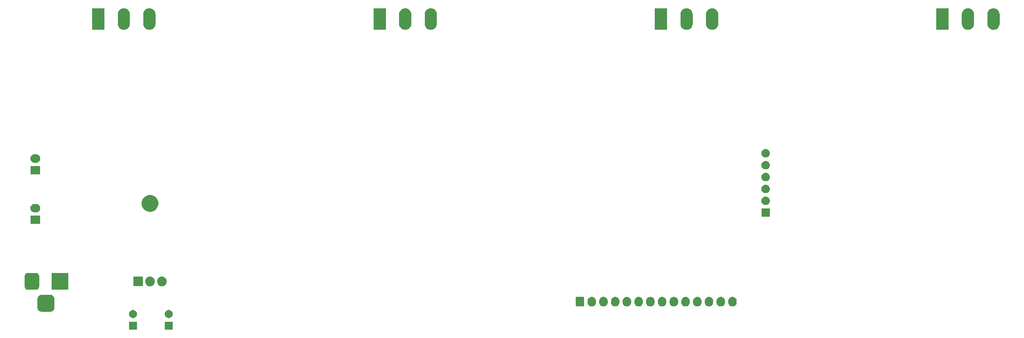
<source format=gbs>
G04 #@! TF.GenerationSoftware,KiCad,Pcbnew,(5.0.0)*
G04 #@! TF.CreationDate,2019-07-01T15:33:15-03:00*
G04 #@! TF.ProjectId,dc_load,64635F6C6F61642E6B696361645F7063,rev?*
G04 #@! TF.SameCoordinates,Original*
G04 #@! TF.FileFunction,Soldermask,Bot*
G04 #@! TF.FilePolarity,Negative*
%FSLAX46Y46*%
G04 Gerber Fmt 4.6, Leading zero omitted, Abs format (unit mm)*
G04 Created by KiCad (PCBNEW (5.0.0)) date 07/01/19 15:33:15*
%MOMM*%
%LPD*%
G01*
G04 APERTURE LIST*
%ADD10C,0.100000*%
G04 APERTURE END LIST*
D10*
G36*
X66313000Y-114015000D02*
X64611000Y-114015000D01*
X64611000Y-112313000D01*
X66313000Y-112313000D01*
X66313000Y-114015000D01*
X66313000Y-114015000D01*
G37*
G36*
X58693000Y-114015000D02*
X56991000Y-114015000D01*
X56991000Y-112313000D01*
X58693000Y-112313000D01*
X58693000Y-114015000D01*
X58693000Y-114015000D01*
G37*
G36*
X58090228Y-109845703D02*
X58245100Y-109909853D01*
X58384481Y-110002985D01*
X58503015Y-110121519D01*
X58596147Y-110260900D01*
X58660297Y-110415772D01*
X58693000Y-110580184D01*
X58693000Y-110747816D01*
X58660297Y-110912228D01*
X58596147Y-111067100D01*
X58503015Y-111206481D01*
X58384481Y-111325015D01*
X58245100Y-111418147D01*
X58090228Y-111482297D01*
X57925816Y-111515000D01*
X57758184Y-111515000D01*
X57593772Y-111482297D01*
X57438900Y-111418147D01*
X57299519Y-111325015D01*
X57180985Y-111206481D01*
X57087853Y-111067100D01*
X57023703Y-110912228D01*
X56991000Y-110747816D01*
X56991000Y-110580184D01*
X57023703Y-110415772D01*
X57087853Y-110260900D01*
X57180985Y-110121519D01*
X57299519Y-110002985D01*
X57438900Y-109909853D01*
X57593772Y-109845703D01*
X57758184Y-109813000D01*
X57925816Y-109813000D01*
X58090228Y-109845703D01*
X58090228Y-109845703D01*
G37*
G36*
X65710228Y-109845703D02*
X65865100Y-109909853D01*
X66004481Y-110002985D01*
X66123015Y-110121519D01*
X66216147Y-110260900D01*
X66280297Y-110415772D01*
X66313000Y-110580184D01*
X66313000Y-110747816D01*
X66280297Y-110912228D01*
X66216147Y-111067100D01*
X66123015Y-111206481D01*
X66004481Y-111325015D01*
X65865100Y-111418147D01*
X65710228Y-111482297D01*
X65545816Y-111515000D01*
X65378184Y-111515000D01*
X65213772Y-111482297D01*
X65058900Y-111418147D01*
X64919519Y-111325015D01*
X64800985Y-111206481D01*
X64707853Y-111067100D01*
X64643703Y-110912228D01*
X64611000Y-110747816D01*
X64611000Y-110580184D01*
X64643703Y-110415772D01*
X64707853Y-110260900D01*
X64800985Y-110121519D01*
X64919519Y-110002985D01*
X65058900Y-109909853D01*
X65213772Y-109845703D01*
X65378184Y-109813000D01*
X65545816Y-109813000D01*
X65710228Y-109845703D01*
X65710228Y-109845703D01*
G37*
G36*
X40416366Y-106585695D02*
X40573458Y-106633348D01*
X40718230Y-106710731D01*
X40845128Y-106814872D01*
X40949269Y-106941770D01*
X41026652Y-107086542D01*
X41074305Y-107243634D01*
X41091000Y-107413140D01*
X41091000Y-109326860D01*
X41074305Y-109496366D01*
X41026652Y-109653458D01*
X40949269Y-109798230D01*
X40845128Y-109925128D01*
X40718230Y-110029269D01*
X40573458Y-110106652D01*
X40416366Y-110154305D01*
X40246860Y-110171000D01*
X38333140Y-110171000D01*
X38163634Y-110154305D01*
X38006542Y-110106652D01*
X37861770Y-110029269D01*
X37734872Y-109925128D01*
X37630731Y-109798230D01*
X37553348Y-109653458D01*
X37505695Y-109496366D01*
X37489000Y-109326860D01*
X37489000Y-107413140D01*
X37505695Y-107243634D01*
X37553348Y-107086542D01*
X37630731Y-106941770D01*
X37734872Y-106814872D01*
X37861770Y-106710731D01*
X38006542Y-106633348D01*
X38163634Y-106585695D01*
X38333140Y-106569000D01*
X40246860Y-106569000D01*
X40416366Y-106585695D01*
X40416366Y-106585695D01*
G37*
G36*
X175846626Y-107007037D02*
X175959852Y-107041384D01*
X176016466Y-107058557D01*
X176172989Y-107142221D01*
X176310186Y-107254814D01*
X176393448Y-107356271D01*
X176422778Y-107392009D01*
X176422779Y-107392011D01*
X176506443Y-107548533D01*
X176523616Y-107605147D01*
X176557963Y-107718373D01*
X176571000Y-107850742D01*
X176571000Y-108189257D01*
X176557963Y-108321626D01*
X176506443Y-108491466D01*
X176422778Y-108647991D01*
X176422777Y-108647992D01*
X176310186Y-108785186D01*
X176215251Y-108863096D01*
X176172991Y-108897778D01*
X176172989Y-108897779D01*
X176016467Y-108981443D01*
X175975734Y-108993799D01*
X175846627Y-109032963D01*
X175670000Y-109050359D01*
X175493374Y-109032963D01*
X175364267Y-108993799D01*
X175323534Y-108981443D01*
X175167012Y-108897779D01*
X175167010Y-108897778D01*
X175029816Y-108785186D01*
X175029812Y-108785183D01*
X174917222Y-108647992D01*
X174833557Y-108491467D01*
X174816384Y-108434853D01*
X174782037Y-108321627D01*
X174769000Y-108189258D01*
X174769000Y-107850743D01*
X174782037Y-107718374D01*
X174833557Y-107548535D01*
X174833557Y-107548534D01*
X174917221Y-107392011D01*
X175029814Y-107254814D01*
X175131271Y-107171552D01*
X175167009Y-107142222D01*
X175199427Y-107124894D01*
X175323533Y-107058557D01*
X175380147Y-107041384D01*
X175493373Y-107007037D01*
X175670000Y-106989641D01*
X175846626Y-107007037D01*
X175846626Y-107007037D01*
G37*
G36*
X185846626Y-107007037D02*
X185959852Y-107041384D01*
X186016466Y-107058557D01*
X186172989Y-107142221D01*
X186310186Y-107254814D01*
X186393448Y-107356271D01*
X186422778Y-107392009D01*
X186422779Y-107392011D01*
X186506443Y-107548533D01*
X186523616Y-107605147D01*
X186557963Y-107718373D01*
X186571000Y-107850742D01*
X186571000Y-108189257D01*
X186557963Y-108321626D01*
X186506443Y-108491466D01*
X186422778Y-108647991D01*
X186422777Y-108647992D01*
X186310186Y-108785186D01*
X186215251Y-108863096D01*
X186172991Y-108897778D01*
X186172989Y-108897779D01*
X186016467Y-108981443D01*
X185975734Y-108993799D01*
X185846627Y-109032963D01*
X185670000Y-109050359D01*
X185493374Y-109032963D01*
X185364267Y-108993799D01*
X185323534Y-108981443D01*
X185167012Y-108897779D01*
X185167010Y-108897778D01*
X185029816Y-108785186D01*
X185029812Y-108785183D01*
X184917222Y-108647992D01*
X184833557Y-108491467D01*
X184816384Y-108434853D01*
X184782037Y-108321627D01*
X184769000Y-108189258D01*
X184769000Y-107850743D01*
X184782037Y-107718374D01*
X184833557Y-107548535D01*
X184833557Y-107548534D01*
X184917221Y-107392011D01*
X185029814Y-107254814D01*
X185131271Y-107171552D01*
X185167009Y-107142222D01*
X185199427Y-107124894D01*
X185323533Y-107058557D01*
X185380147Y-107041384D01*
X185493373Y-107007037D01*
X185670000Y-106989641D01*
X185846626Y-107007037D01*
X185846626Y-107007037D01*
G37*
G36*
X183346626Y-107007037D02*
X183459852Y-107041384D01*
X183516466Y-107058557D01*
X183672989Y-107142221D01*
X183810186Y-107254814D01*
X183893448Y-107356271D01*
X183922778Y-107392009D01*
X183922779Y-107392011D01*
X184006443Y-107548533D01*
X184023616Y-107605147D01*
X184057963Y-107718373D01*
X184071000Y-107850742D01*
X184071000Y-108189257D01*
X184057963Y-108321626D01*
X184006443Y-108491466D01*
X183922778Y-108647991D01*
X183922777Y-108647992D01*
X183810186Y-108785186D01*
X183715251Y-108863096D01*
X183672991Y-108897778D01*
X183672989Y-108897779D01*
X183516467Y-108981443D01*
X183475734Y-108993799D01*
X183346627Y-109032963D01*
X183170000Y-109050359D01*
X182993374Y-109032963D01*
X182864267Y-108993799D01*
X182823534Y-108981443D01*
X182667012Y-108897779D01*
X182667010Y-108897778D01*
X182529816Y-108785186D01*
X182529812Y-108785183D01*
X182417222Y-108647992D01*
X182333557Y-108491467D01*
X182316384Y-108434853D01*
X182282037Y-108321627D01*
X182269000Y-108189258D01*
X182269000Y-107850743D01*
X182282037Y-107718374D01*
X182333557Y-107548535D01*
X182333557Y-107548534D01*
X182417221Y-107392011D01*
X182529814Y-107254814D01*
X182631271Y-107171552D01*
X182667009Y-107142222D01*
X182699427Y-107124894D01*
X182823533Y-107058557D01*
X182880147Y-107041384D01*
X182993373Y-107007037D01*
X183170000Y-106989641D01*
X183346626Y-107007037D01*
X183346626Y-107007037D01*
G37*
G36*
X180846626Y-107007037D02*
X180959852Y-107041384D01*
X181016466Y-107058557D01*
X181172989Y-107142221D01*
X181310186Y-107254814D01*
X181393448Y-107356271D01*
X181422778Y-107392009D01*
X181422779Y-107392011D01*
X181506443Y-107548533D01*
X181523616Y-107605147D01*
X181557963Y-107718373D01*
X181571000Y-107850742D01*
X181571000Y-108189257D01*
X181557963Y-108321626D01*
X181506443Y-108491466D01*
X181422778Y-108647991D01*
X181422777Y-108647992D01*
X181310186Y-108785186D01*
X181215251Y-108863096D01*
X181172991Y-108897778D01*
X181172989Y-108897779D01*
X181016467Y-108981443D01*
X180975734Y-108993799D01*
X180846627Y-109032963D01*
X180670000Y-109050359D01*
X180493374Y-109032963D01*
X180364267Y-108993799D01*
X180323534Y-108981443D01*
X180167012Y-108897779D01*
X180167010Y-108897778D01*
X180029816Y-108785186D01*
X180029812Y-108785183D01*
X179917222Y-108647992D01*
X179833557Y-108491467D01*
X179816384Y-108434853D01*
X179782037Y-108321627D01*
X179769000Y-108189258D01*
X179769000Y-107850743D01*
X179782037Y-107718374D01*
X179833557Y-107548535D01*
X179833557Y-107548534D01*
X179917221Y-107392011D01*
X180029814Y-107254814D01*
X180131271Y-107171552D01*
X180167009Y-107142222D01*
X180199427Y-107124894D01*
X180323533Y-107058557D01*
X180380147Y-107041384D01*
X180493373Y-107007037D01*
X180670000Y-106989641D01*
X180846626Y-107007037D01*
X180846626Y-107007037D01*
G37*
G36*
X178346626Y-107007037D02*
X178459852Y-107041384D01*
X178516466Y-107058557D01*
X178672989Y-107142221D01*
X178810186Y-107254814D01*
X178893448Y-107356271D01*
X178922778Y-107392009D01*
X178922779Y-107392011D01*
X179006443Y-107548533D01*
X179023616Y-107605147D01*
X179057963Y-107718373D01*
X179071000Y-107850742D01*
X179071000Y-108189257D01*
X179057963Y-108321626D01*
X179006443Y-108491466D01*
X178922778Y-108647991D01*
X178922777Y-108647992D01*
X178810186Y-108785186D01*
X178715251Y-108863096D01*
X178672991Y-108897778D01*
X178672989Y-108897779D01*
X178516467Y-108981443D01*
X178475734Y-108993799D01*
X178346627Y-109032963D01*
X178170000Y-109050359D01*
X177993374Y-109032963D01*
X177864267Y-108993799D01*
X177823534Y-108981443D01*
X177667012Y-108897779D01*
X177667010Y-108897778D01*
X177529816Y-108785186D01*
X177529812Y-108785183D01*
X177417222Y-108647992D01*
X177333557Y-108491467D01*
X177316384Y-108434853D01*
X177282037Y-108321627D01*
X177269000Y-108189258D01*
X177269000Y-107850743D01*
X177282037Y-107718374D01*
X177333557Y-107548535D01*
X177333557Y-107548534D01*
X177417221Y-107392011D01*
X177529814Y-107254814D01*
X177631271Y-107171552D01*
X177667009Y-107142222D01*
X177699427Y-107124894D01*
X177823533Y-107058557D01*
X177880147Y-107041384D01*
X177993373Y-107007037D01*
X178170000Y-106989641D01*
X178346626Y-107007037D01*
X178346626Y-107007037D01*
G37*
G36*
X173346626Y-107007037D02*
X173459852Y-107041384D01*
X173516466Y-107058557D01*
X173672989Y-107142221D01*
X173810186Y-107254814D01*
X173893448Y-107356271D01*
X173922778Y-107392009D01*
X173922779Y-107392011D01*
X174006443Y-107548533D01*
X174023616Y-107605147D01*
X174057963Y-107718373D01*
X174071000Y-107850742D01*
X174071000Y-108189257D01*
X174057963Y-108321626D01*
X174006443Y-108491466D01*
X173922778Y-108647991D01*
X173922777Y-108647992D01*
X173810186Y-108785186D01*
X173715251Y-108863096D01*
X173672991Y-108897778D01*
X173672989Y-108897779D01*
X173516467Y-108981443D01*
X173475734Y-108993799D01*
X173346627Y-109032963D01*
X173170000Y-109050359D01*
X172993374Y-109032963D01*
X172864267Y-108993799D01*
X172823534Y-108981443D01*
X172667012Y-108897779D01*
X172667010Y-108897778D01*
X172529816Y-108785186D01*
X172529812Y-108785183D01*
X172417222Y-108647992D01*
X172333557Y-108491467D01*
X172316384Y-108434853D01*
X172282037Y-108321627D01*
X172269000Y-108189258D01*
X172269000Y-107850743D01*
X172282037Y-107718374D01*
X172333557Y-107548535D01*
X172333557Y-107548534D01*
X172417221Y-107392011D01*
X172529814Y-107254814D01*
X172631271Y-107171552D01*
X172667009Y-107142222D01*
X172699427Y-107124894D01*
X172823533Y-107058557D01*
X172880147Y-107041384D01*
X172993373Y-107007037D01*
X173170000Y-106989641D01*
X173346626Y-107007037D01*
X173346626Y-107007037D01*
G37*
G36*
X170846626Y-107007037D02*
X170959852Y-107041384D01*
X171016466Y-107058557D01*
X171172989Y-107142221D01*
X171310186Y-107254814D01*
X171393448Y-107356271D01*
X171422778Y-107392009D01*
X171422779Y-107392011D01*
X171506443Y-107548533D01*
X171523616Y-107605147D01*
X171557963Y-107718373D01*
X171571000Y-107850742D01*
X171571000Y-108189257D01*
X171557963Y-108321626D01*
X171506443Y-108491466D01*
X171422778Y-108647991D01*
X171422777Y-108647992D01*
X171310186Y-108785186D01*
X171215251Y-108863096D01*
X171172991Y-108897778D01*
X171172989Y-108897779D01*
X171016467Y-108981443D01*
X170975734Y-108993799D01*
X170846627Y-109032963D01*
X170670000Y-109050359D01*
X170493374Y-109032963D01*
X170364267Y-108993799D01*
X170323534Y-108981443D01*
X170167012Y-108897779D01*
X170167010Y-108897778D01*
X170029816Y-108785186D01*
X170029812Y-108785183D01*
X169917222Y-108647992D01*
X169833557Y-108491467D01*
X169816384Y-108434853D01*
X169782037Y-108321627D01*
X169769000Y-108189258D01*
X169769000Y-107850743D01*
X169782037Y-107718374D01*
X169833557Y-107548535D01*
X169833557Y-107548534D01*
X169917221Y-107392011D01*
X170029814Y-107254814D01*
X170131271Y-107171552D01*
X170167009Y-107142222D01*
X170199427Y-107124894D01*
X170323533Y-107058557D01*
X170380147Y-107041384D01*
X170493373Y-107007037D01*
X170670000Y-106989641D01*
X170846626Y-107007037D01*
X170846626Y-107007037D01*
G37*
G36*
X168346626Y-107007037D02*
X168459852Y-107041384D01*
X168516466Y-107058557D01*
X168672989Y-107142221D01*
X168810186Y-107254814D01*
X168893448Y-107356271D01*
X168922778Y-107392009D01*
X168922779Y-107392011D01*
X169006443Y-107548533D01*
X169023616Y-107605147D01*
X169057963Y-107718373D01*
X169071000Y-107850742D01*
X169071000Y-108189257D01*
X169057963Y-108321626D01*
X169006443Y-108491466D01*
X168922778Y-108647991D01*
X168922777Y-108647992D01*
X168810186Y-108785186D01*
X168715251Y-108863096D01*
X168672991Y-108897778D01*
X168672989Y-108897779D01*
X168516467Y-108981443D01*
X168475734Y-108993799D01*
X168346627Y-109032963D01*
X168170000Y-109050359D01*
X167993374Y-109032963D01*
X167864267Y-108993799D01*
X167823534Y-108981443D01*
X167667012Y-108897779D01*
X167667010Y-108897778D01*
X167529816Y-108785186D01*
X167529812Y-108785183D01*
X167417222Y-108647992D01*
X167333557Y-108491467D01*
X167316384Y-108434853D01*
X167282037Y-108321627D01*
X167269000Y-108189258D01*
X167269000Y-107850743D01*
X167282037Y-107718374D01*
X167333557Y-107548535D01*
X167333557Y-107548534D01*
X167417221Y-107392011D01*
X167529814Y-107254814D01*
X167631271Y-107171552D01*
X167667009Y-107142222D01*
X167699427Y-107124894D01*
X167823533Y-107058557D01*
X167880147Y-107041384D01*
X167993373Y-107007037D01*
X168170000Y-106989641D01*
X168346626Y-107007037D01*
X168346626Y-107007037D01*
G37*
G36*
X163346626Y-107007037D02*
X163459852Y-107041384D01*
X163516466Y-107058557D01*
X163672989Y-107142221D01*
X163810186Y-107254814D01*
X163893448Y-107356271D01*
X163922778Y-107392009D01*
X163922779Y-107392011D01*
X164006443Y-107548533D01*
X164023616Y-107605147D01*
X164057963Y-107718373D01*
X164071000Y-107850742D01*
X164071000Y-108189257D01*
X164057963Y-108321626D01*
X164006443Y-108491466D01*
X163922778Y-108647991D01*
X163922777Y-108647992D01*
X163810186Y-108785186D01*
X163715251Y-108863096D01*
X163672991Y-108897778D01*
X163672989Y-108897779D01*
X163516467Y-108981443D01*
X163475734Y-108993799D01*
X163346627Y-109032963D01*
X163170000Y-109050359D01*
X162993374Y-109032963D01*
X162864267Y-108993799D01*
X162823534Y-108981443D01*
X162667012Y-108897779D01*
X162667010Y-108897778D01*
X162529816Y-108785186D01*
X162529812Y-108785183D01*
X162417222Y-108647992D01*
X162333557Y-108491467D01*
X162316384Y-108434853D01*
X162282037Y-108321627D01*
X162269000Y-108189258D01*
X162269000Y-107850743D01*
X162282037Y-107718374D01*
X162333557Y-107548535D01*
X162333557Y-107548534D01*
X162417221Y-107392011D01*
X162529814Y-107254814D01*
X162631271Y-107171552D01*
X162667009Y-107142222D01*
X162699427Y-107124894D01*
X162823533Y-107058557D01*
X162880147Y-107041384D01*
X162993373Y-107007037D01*
X163170000Y-106989641D01*
X163346626Y-107007037D01*
X163346626Y-107007037D01*
G37*
G36*
X160846626Y-107007037D02*
X160959852Y-107041384D01*
X161016466Y-107058557D01*
X161172989Y-107142221D01*
X161310186Y-107254814D01*
X161393448Y-107356271D01*
X161422778Y-107392009D01*
X161422779Y-107392011D01*
X161506443Y-107548533D01*
X161523616Y-107605147D01*
X161557963Y-107718373D01*
X161571000Y-107850742D01*
X161571000Y-108189257D01*
X161557963Y-108321626D01*
X161506443Y-108491466D01*
X161422778Y-108647991D01*
X161422777Y-108647992D01*
X161310186Y-108785186D01*
X161215251Y-108863096D01*
X161172991Y-108897778D01*
X161172989Y-108897779D01*
X161016467Y-108981443D01*
X160975734Y-108993799D01*
X160846627Y-109032963D01*
X160670000Y-109050359D01*
X160493374Y-109032963D01*
X160364267Y-108993799D01*
X160323534Y-108981443D01*
X160167012Y-108897779D01*
X160167010Y-108897778D01*
X160029816Y-108785186D01*
X160029812Y-108785183D01*
X159917222Y-108647992D01*
X159833557Y-108491467D01*
X159816384Y-108434853D01*
X159782037Y-108321627D01*
X159769000Y-108189258D01*
X159769000Y-107850743D01*
X159782037Y-107718374D01*
X159833557Y-107548535D01*
X159833557Y-107548534D01*
X159917221Y-107392011D01*
X160029814Y-107254814D01*
X160131271Y-107171552D01*
X160167009Y-107142222D01*
X160199427Y-107124894D01*
X160323533Y-107058557D01*
X160380147Y-107041384D01*
X160493373Y-107007037D01*
X160670000Y-106989641D01*
X160846626Y-107007037D01*
X160846626Y-107007037D01*
G37*
G36*
X158346626Y-107007037D02*
X158459852Y-107041384D01*
X158516466Y-107058557D01*
X158672989Y-107142221D01*
X158810186Y-107254814D01*
X158893448Y-107356271D01*
X158922778Y-107392009D01*
X158922779Y-107392011D01*
X159006443Y-107548533D01*
X159023616Y-107605147D01*
X159057963Y-107718373D01*
X159071000Y-107850742D01*
X159071000Y-108189257D01*
X159057963Y-108321626D01*
X159006443Y-108491466D01*
X158922778Y-108647991D01*
X158922777Y-108647992D01*
X158810186Y-108785186D01*
X158715251Y-108863096D01*
X158672991Y-108897778D01*
X158672989Y-108897779D01*
X158516467Y-108981443D01*
X158475734Y-108993799D01*
X158346627Y-109032963D01*
X158170000Y-109050359D01*
X157993374Y-109032963D01*
X157864267Y-108993799D01*
X157823534Y-108981443D01*
X157667012Y-108897779D01*
X157667010Y-108897778D01*
X157529816Y-108785186D01*
X157529812Y-108785183D01*
X157417222Y-108647992D01*
X157333557Y-108491467D01*
X157316384Y-108434853D01*
X157282037Y-108321627D01*
X157269000Y-108189258D01*
X157269000Y-107850743D01*
X157282037Y-107718374D01*
X157333557Y-107548535D01*
X157333557Y-107548534D01*
X157417221Y-107392011D01*
X157529814Y-107254814D01*
X157631271Y-107171552D01*
X157667009Y-107142222D01*
X157699427Y-107124894D01*
X157823533Y-107058557D01*
X157880147Y-107041384D01*
X157993373Y-107007037D01*
X158170000Y-106989641D01*
X158346626Y-107007037D01*
X158346626Y-107007037D01*
G37*
G36*
X155846626Y-107007037D02*
X155959852Y-107041384D01*
X156016466Y-107058557D01*
X156172989Y-107142221D01*
X156310186Y-107254814D01*
X156393448Y-107356271D01*
X156422778Y-107392009D01*
X156422779Y-107392011D01*
X156506443Y-107548533D01*
X156523616Y-107605147D01*
X156557963Y-107718373D01*
X156571000Y-107850742D01*
X156571000Y-108189257D01*
X156557963Y-108321626D01*
X156506443Y-108491466D01*
X156422778Y-108647991D01*
X156422777Y-108647992D01*
X156310186Y-108785186D01*
X156215251Y-108863096D01*
X156172991Y-108897778D01*
X156172989Y-108897779D01*
X156016467Y-108981443D01*
X155975734Y-108993799D01*
X155846627Y-109032963D01*
X155670000Y-109050359D01*
X155493374Y-109032963D01*
X155364267Y-108993799D01*
X155323534Y-108981443D01*
X155167012Y-108897779D01*
X155167010Y-108897778D01*
X155029816Y-108785186D01*
X155029812Y-108785183D01*
X154917222Y-108647992D01*
X154833557Y-108491467D01*
X154816384Y-108434853D01*
X154782037Y-108321627D01*
X154769000Y-108189258D01*
X154769000Y-107850743D01*
X154782037Y-107718374D01*
X154833557Y-107548535D01*
X154833557Y-107548534D01*
X154917221Y-107392011D01*
X155029814Y-107254814D01*
X155131271Y-107171552D01*
X155167009Y-107142222D01*
X155199427Y-107124894D01*
X155323533Y-107058557D01*
X155380147Y-107041384D01*
X155493373Y-107007037D01*
X155670000Y-106989641D01*
X155846626Y-107007037D01*
X155846626Y-107007037D01*
G37*
G36*
X165846626Y-107007037D02*
X165959852Y-107041384D01*
X166016466Y-107058557D01*
X166172989Y-107142221D01*
X166310186Y-107254814D01*
X166393448Y-107356271D01*
X166422778Y-107392009D01*
X166422779Y-107392011D01*
X166506443Y-107548533D01*
X166523616Y-107605147D01*
X166557963Y-107718373D01*
X166571000Y-107850742D01*
X166571000Y-108189257D01*
X166557963Y-108321626D01*
X166506443Y-108491466D01*
X166422778Y-108647991D01*
X166422777Y-108647992D01*
X166310186Y-108785186D01*
X166215251Y-108863096D01*
X166172991Y-108897778D01*
X166172989Y-108897779D01*
X166016467Y-108981443D01*
X165975734Y-108993799D01*
X165846627Y-109032963D01*
X165670000Y-109050359D01*
X165493374Y-109032963D01*
X165364267Y-108993799D01*
X165323534Y-108981443D01*
X165167012Y-108897779D01*
X165167010Y-108897778D01*
X165029816Y-108785186D01*
X165029812Y-108785183D01*
X164917222Y-108647992D01*
X164833557Y-108491467D01*
X164816384Y-108434853D01*
X164782037Y-108321627D01*
X164769000Y-108189258D01*
X164769000Y-107850743D01*
X164782037Y-107718374D01*
X164833557Y-107548535D01*
X164833557Y-107548534D01*
X164917221Y-107392011D01*
X165029814Y-107254814D01*
X165131271Y-107171552D01*
X165167009Y-107142222D01*
X165199427Y-107124894D01*
X165323533Y-107058557D01*
X165380147Y-107041384D01*
X165493373Y-107007037D01*
X165670000Y-106989641D01*
X165846626Y-107007037D01*
X165846626Y-107007037D01*
G37*
G36*
X153928600Y-106997989D02*
X153961649Y-107008014D01*
X153992106Y-107024294D01*
X154018799Y-107046201D01*
X154040706Y-107072894D01*
X154056986Y-107103351D01*
X154067011Y-107136400D01*
X154071000Y-107176904D01*
X154071000Y-108863096D01*
X154067011Y-108903600D01*
X154056986Y-108936649D01*
X154040706Y-108967106D01*
X154018799Y-108993799D01*
X153992106Y-109015706D01*
X153961649Y-109031986D01*
X153928600Y-109042011D01*
X153888096Y-109046000D01*
X152451904Y-109046000D01*
X152411400Y-109042011D01*
X152378351Y-109031986D01*
X152347894Y-109015706D01*
X152321201Y-108993799D01*
X152299294Y-108967106D01*
X152283014Y-108936649D01*
X152272989Y-108903600D01*
X152269000Y-108863096D01*
X152269000Y-107176904D01*
X152272989Y-107136400D01*
X152283014Y-107103351D01*
X152299294Y-107072894D01*
X152321201Y-107046201D01*
X152347894Y-107024294D01*
X152378351Y-107008014D01*
X152411400Y-106997989D01*
X152451904Y-106994000D01*
X153888096Y-106994000D01*
X153928600Y-106997989D01*
X153928600Y-106997989D01*
G37*
G36*
X44091000Y-105471000D02*
X40489000Y-105471000D01*
X40489000Y-101869000D01*
X44091000Y-101869000D01*
X44091000Y-105471000D01*
X44091000Y-105471000D01*
G37*
G36*
X37266978Y-101883293D02*
X37400627Y-101923835D01*
X37523782Y-101989662D01*
X37631739Y-102078261D01*
X37720338Y-102186218D01*
X37786165Y-102309373D01*
X37826707Y-102443022D01*
X37841000Y-102588140D01*
X37841000Y-104751860D01*
X37826707Y-104896978D01*
X37786165Y-105030627D01*
X37720338Y-105153782D01*
X37631739Y-105261739D01*
X37523782Y-105350338D01*
X37400627Y-105416165D01*
X37266978Y-105456707D01*
X37121860Y-105471000D01*
X35458140Y-105471000D01*
X35313022Y-105456707D01*
X35179373Y-105416165D01*
X35056218Y-105350338D01*
X34948261Y-105261739D01*
X34859662Y-105153782D01*
X34793835Y-105030627D01*
X34753293Y-104896978D01*
X34739000Y-104751860D01*
X34739000Y-102588140D01*
X34753293Y-102443022D01*
X34793835Y-102309373D01*
X34859662Y-102186218D01*
X34948261Y-102078261D01*
X35056218Y-101989662D01*
X35179373Y-101923835D01*
X35313022Y-101883293D01*
X35458140Y-101869000D01*
X37121860Y-101869000D01*
X37266978Y-101883293D01*
X37266978Y-101883293D01*
G37*
G36*
X61664719Y-102646520D02*
X61853880Y-102703901D01*
X62028212Y-102797083D01*
X62181015Y-102922485D01*
X62306417Y-103075288D01*
X62399599Y-103249619D01*
X62456980Y-103438780D01*
X62471500Y-103586206D01*
X62471500Y-103779793D01*
X62456980Y-103927219D01*
X62399599Y-104116380D01*
X62306417Y-104290712D01*
X62181015Y-104443515D01*
X62028212Y-104568917D01*
X61853881Y-104662099D01*
X61664720Y-104719480D01*
X61468000Y-104738855D01*
X61271281Y-104719480D01*
X61082120Y-104662099D01*
X60907788Y-104568917D01*
X60754985Y-104443515D01*
X60629583Y-104290712D01*
X60536401Y-104116381D01*
X60479020Y-103927220D01*
X60464500Y-103779794D01*
X60464500Y-103586207D01*
X60479020Y-103438781D01*
X60536401Y-103249620D01*
X60629583Y-103075288D01*
X60754985Y-102922485D01*
X60907788Y-102797083D01*
X61082119Y-102703901D01*
X61271280Y-102646520D01*
X61468000Y-102627145D01*
X61664719Y-102646520D01*
X61664719Y-102646520D01*
G37*
G36*
X64204719Y-102646520D02*
X64393880Y-102703901D01*
X64568212Y-102797083D01*
X64721015Y-102922485D01*
X64846417Y-103075288D01*
X64939599Y-103249619D01*
X64996980Y-103438780D01*
X65011500Y-103586206D01*
X65011500Y-103779793D01*
X64996980Y-103927219D01*
X64939599Y-104116380D01*
X64846417Y-104290712D01*
X64721015Y-104443515D01*
X64568212Y-104568917D01*
X64393881Y-104662099D01*
X64204720Y-104719480D01*
X64008000Y-104738855D01*
X63811281Y-104719480D01*
X63622120Y-104662099D01*
X63447788Y-104568917D01*
X63294985Y-104443515D01*
X63169583Y-104290712D01*
X63076401Y-104116381D01*
X63019020Y-103927220D01*
X63004500Y-103779794D01*
X63004500Y-103586207D01*
X63019020Y-103438781D01*
X63076401Y-103249620D01*
X63169583Y-103075288D01*
X63294985Y-102922485D01*
X63447788Y-102797083D01*
X63622119Y-102703901D01*
X63811280Y-102646520D01*
X64008000Y-102627145D01*
X64204719Y-102646520D01*
X64204719Y-102646520D01*
G37*
G36*
X59931500Y-104734000D02*
X57924500Y-104734000D01*
X57924500Y-102632000D01*
X59931500Y-102632000D01*
X59931500Y-104734000D01*
X59931500Y-104734000D01*
G37*
G36*
X38071000Y-91431000D02*
X35969000Y-91431000D01*
X35969000Y-89629000D01*
X38071000Y-89629000D01*
X38071000Y-91431000D01*
X38071000Y-91431000D01*
G37*
G36*
X193641000Y-89911000D02*
X191839000Y-89911000D01*
X191839000Y-88109000D01*
X193641000Y-88109000D01*
X193641000Y-89911000D01*
X193641000Y-89911000D01*
G37*
G36*
X37280443Y-87135519D02*
X37346627Y-87142037D01*
X37459853Y-87176384D01*
X37516467Y-87193557D01*
X37655087Y-87267652D01*
X37672991Y-87277222D01*
X37708597Y-87306443D01*
X37810186Y-87389814D01*
X37893448Y-87491271D01*
X37922778Y-87527009D01*
X37922779Y-87527011D01*
X38006443Y-87683533D01*
X38006443Y-87683534D01*
X38057963Y-87853373D01*
X38075359Y-88030000D01*
X38057963Y-88206627D01*
X38028831Y-88302661D01*
X38006443Y-88376467D01*
X37932348Y-88515087D01*
X37922778Y-88532991D01*
X37893448Y-88568729D01*
X37810186Y-88670186D01*
X37708729Y-88753448D01*
X37672991Y-88782778D01*
X37672989Y-88782779D01*
X37516467Y-88866443D01*
X37459853Y-88883616D01*
X37346627Y-88917963D01*
X37280443Y-88924481D01*
X37214260Y-88931000D01*
X36825740Y-88931000D01*
X36759557Y-88924481D01*
X36693373Y-88917963D01*
X36580147Y-88883616D01*
X36523533Y-88866443D01*
X36367011Y-88782779D01*
X36367009Y-88782778D01*
X36331271Y-88753448D01*
X36229814Y-88670186D01*
X36146552Y-88568729D01*
X36117222Y-88532991D01*
X36107652Y-88515087D01*
X36033557Y-88376467D01*
X36011169Y-88302661D01*
X35982037Y-88206627D01*
X35964641Y-88030000D01*
X35982037Y-87853373D01*
X36033557Y-87683534D01*
X36033557Y-87683533D01*
X36117221Y-87527011D01*
X36117222Y-87527009D01*
X36146552Y-87491271D01*
X36229814Y-87389814D01*
X36331403Y-87306443D01*
X36367009Y-87277222D01*
X36384913Y-87267652D01*
X36523533Y-87193557D01*
X36580147Y-87176384D01*
X36693373Y-87142037D01*
X36759557Y-87135519D01*
X36825740Y-87129000D01*
X37214260Y-87129000D01*
X37280443Y-87135519D01*
X37280443Y-87135519D01*
G37*
G36*
X61644669Y-85230686D02*
X61821058Y-85248059D01*
X62047385Y-85316714D01*
X62160549Y-85351042D01*
X62473425Y-85518279D01*
X62747661Y-85743339D01*
X62972721Y-86017575D01*
X63139958Y-86330451D01*
X63139958Y-86330452D01*
X63242941Y-86669942D01*
X63277714Y-87023000D01*
X63242941Y-87376058D01*
X63197150Y-87527011D01*
X63139958Y-87715549D01*
X62972721Y-88028425D01*
X62747661Y-88302661D01*
X62473425Y-88527721D01*
X62160549Y-88694958D01*
X62047385Y-88729286D01*
X61821058Y-88797941D01*
X61644669Y-88815314D01*
X61556476Y-88824000D01*
X61379524Y-88824000D01*
X61291331Y-88815314D01*
X61114942Y-88797941D01*
X60888615Y-88729286D01*
X60775451Y-88694958D01*
X60462575Y-88527721D01*
X60188339Y-88302661D01*
X59963279Y-88028425D01*
X59796042Y-87715549D01*
X59738850Y-87527011D01*
X59693059Y-87376058D01*
X59658286Y-87023000D01*
X59693059Y-86669942D01*
X59796042Y-86330452D01*
X59796042Y-86330451D01*
X59963279Y-86017575D01*
X60188339Y-85743339D01*
X60462575Y-85518279D01*
X60775451Y-85351042D01*
X60888615Y-85316714D01*
X61114942Y-85248059D01*
X61291331Y-85230686D01*
X61379524Y-85222000D01*
X61556476Y-85222000D01*
X61644669Y-85230686D01*
X61644669Y-85230686D01*
G37*
G36*
X192850443Y-85575519D02*
X192916627Y-85582037D01*
X193029853Y-85616384D01*
X193086467Y-85633557D01*
X193225087Y-85707652D01*
X193242991Y-85717222D01*
X193274814Y-85743339D01*
X193380186Y-85829814D01*
X193463448Y-85931271D01*
X193492778Y-85967009D01*
X193492779Y-85967011D01*
X193576443Y-86123533D01*
X193576443Y-86123534D01*
X193627963Y-86293373D01*
X193645359Y-86470000D01*
X193627963Y-86646627D01*
X193593616Y-86759853D01*
X193576443Y-86816467D01*
X193502348Y-86955087D01*
X193492778Y-86972991D01*
X193463448Y-87008729D01*
X193380186Y-87110186D01*
X193278729Y-87193448D01*
X193242991Y-87222778D01*
X193242989Y-87222779D01*
X193086467Y-87306443D01*
X193029853Y-87323616D01*
X192916627Y-87357963D01*
X192850443Y-87364481D01*
X192784260Y-87371000D01*
X192695740Y-87371000D01*
X192629558Y-87364482D01*
X192563373Y-87357963D01*
X192450147Y-87323616D01*
X192393533Y-87306443D01*
X192237011Y-87222779D01*
X192237009Y-87222778D01*
X192201271Y-87193448D01*
X192099814Y-87110186D01*
X192016552Y-87008729D01*
X191987222Y-86972991D01*
X191977652Y-86955087D01*
X191903557Y-86816467D01*
X191886384Y-86759853D01*
X191852037Y-86646627D01*
X191834641Y-86470000D01*
X191852037Y-86293373D01*
X191903557Y-86123534D01*
X191903557Y-86123533D01*
X191987221Y-85967011D01*
X191987222Y-85967009D01*
X192016552Y-85931271D01*
X192099814Y-85829814D01*
X192205186Y-85743339D01*
X192237009Y-85717222D01*
X192254913Y-85707652D01*
X192393533Y-85633557D01*
X192450147Y-85616384D01*
X192563373Y-85582037D01*
X192629557Y-85575519D01*
X192695740Y-85569000D01*
X192784260Y-85569000D01*
X192850443Y-85575519D01*
X192850443Y-85575519D01*
G37*
G36*
X192850443Y-83035519D02*
X192916627Y-83042037D01*
X193029853Y-83076384D01*
X193086467Y-83093557D01*
X193225087Y-83167652D01*
X193242991Y-83177222D01*
X193278729Y-83206552D01*
X193380186Y-83289814D01*
X193463448Y-83391271D01*
X193492778Y-83427009D01*
X193492779Y-83427011D01*
X193576443Y-83583533D01*
X193576443Y-83583534D01*
X193627963Y-83753373D01*
X193645359Y-83930000D01*
X193627963Y-84106627D01*
X193593616Y-84219853D01*
X193576443Y-84276467D01*
X193502348Y-84415087D01*
X193492778Y-84432991D01*
X193463448Y-84468729D01*
X193380186Y-84570186D01*
X193278729Y-84653448D01*
X193242991Y-84682778D01*
X193242989Y-84682779D01*
X193086467Y-84766443D01*
X193029853Y-84783616D01*
X192916627Y-84817963D01*
X192850443Y-84824481D01*
X192784260Y-84831000D01*
X192695740Y-84831000D01*
X192629557Y-84824481D01*
X192563373Y-84817963D01*
X192450147Y-84783616D01*
X192393533Y-84766443D01*
X192237011Y-84682779D01*
X192237009Y-84682778D01*
X192201271Y-84653448D01*
X192099814Y-84570186D01*
X192016552Y-84468729D01*
X191987222Y-84432991D01*
X191977652Y-84415087D01*
X191903557Y-84276467D01*
X191886384Y-84219853D01*
X191852037Y-84106627D01*
X191834641Y-83930000D01*
X191852037Y-83753373D01*
X191903557Y-83583534D01*
X191903557Y-83583533D01*
X191987221Y-83427011D01*
X191987222Y-83427009D01*
X192016552Y-83391271D01*
X192099814Y-83289814D01*
X192201271Y-83206552D01*
X192237009Y-83177222D01*
X192254913Y-83167652D01*
X192393533Y-83093557D01*
X192450147Y-83076384D01*
X192563373Y-83042037D01*
X192629557Y-83035519D01*
X192695740Y-83029000D01*
X192784260Y-83029000D01*
X192850443Y-83035519D01*
X192850443Y-83035519D01*
G37*
G36*
X192850442Y-80495518D02*
X192916627Y-80502037D01*
X193029853Y-80536384D01*
X193086467Y-80553557D01*
X193225087Y-80627652D01*
X193242991Y-80637222D01*
X193278729Y-80666552D01*
X193380186Y-80749814D01*
X193463448Y-80851271D01*
X193492778Y-80887009D01*
X193492779Y-80887011D01*
X193576443Y-81043533D01*
X193576443Y-81043534D01*
X193627963Y-81213373D01*
X193645359Y-81390000D01*
X193627963Y-81566627D01*
X193593616Y-81679853D01*
X193576443Y-81736467D01*
X193502348Y-81875087D01*
X193492778Y-81892991D01*
X193463448Y-81928729D01*
X193380186Y-82030186D01*
X193278729Y-82113448D01*
X193242991Y-82142778D01*
X193242989Y-82142779D01*
X193086467Y-82226443D01*
X193029853Y-82243616D01*
X192916627Y-82277963D01*
X192850442Y-82284482D01*
X192784260Y-82291000D01*
X192695740Y-82291000D01*
X192629558Y-82284482D01*
X192563373Y-82277963D01*
X192450147Y-82243616D01*
X192393533Y-82226443D01*
X192237011Y-82142779D01*
X192237009Y-82142778D01*
X192201271Y-82113448D01*
X192099814Y-82030186D01*
X192016552Y-81928729D01*
X191987222Y-81892991D01*
X191977652Y-81875087D01*
X191903557Y-81736467D01*
X191886384Y-81679853D01*
X191852037Y-81566627D01*
X191834641Y-81390000D01*
X191852037Y-81213373D01*
X191903557Y-81043534D01*
X191903557Y-81043533D01*
X191987221Y-80887011D01*
X191987222Y-80887009D01*
X192016552Y-80851271D01*
X192099814Y-80749814D01*
X192201271Y-80666552D01*
X192237009Y-80637222D01*
X192254913Y-80627652D01*
X192393533Y-80553557D01*
X192450147Y-80536384D01*
X192563373Y-80502037D01*
X192629558Y-80495518D01*
X192695740Y-80489000D01*
X192784260Y-80489000D01*
X192850442Y-80495518D01*
X192850442Y-80495518D01*
G37*
G36*
X38071000Y-80831000D02*
X35969000Y-80831000D01*
X35969000Y-79029000D01*
X38071000Y-79029000D01*
X38071000Y-80831000D01*
X38071000Y-80831000D01*
G37*
G36*
X192850443Y-77955519D02*
X192916627Y-77962037D01*
X193029853Y-77996384D01*
X193086467Y-78013557D01*
X193192409Y-78070185D01*
X193242991Y-78097222D01*
X193278729Y-78126552D01*
X193380186Y-78209814D01*
X193463448Y-78311271D01*
X193492778Y-78347009D01*
X193492779Y-78347011D01*
X193576443Y-78503533D01*
X193576443Y-78503534D01*
X193627963Y-78673373D01*
X193645359Y-78850000D01*
X193627963Y-79026627D01*
X193627243Y-79029000D01*
X193576443Y-79196467D01*
X193502348Y-79335087D01*
X193492778Y-79352991D01*
X193463448Y-79388729D01*
X193380186Y-79490186D01*
X193278729Y-79573448D01*
X193242991Y-79602778D01*
X193242989Y-79602779D01*
X193086467Y-79686443D01*
X193029853Y-79703616D01*
X192916627Y-79737963D01*
X192850443Y-79744481D01*
X192784260Y-79751000D01*
X192695740Y-79751000D01*
X192629557Y-79744481D01*
X192563373Y-79737963D01*
X192450147Y-79703616D01*
X192393533Y-79686443D01*
X192237011Y-79602779D01*
X192237009Y-79602778D01*
X192201271Y-79573448D01*
X192099814Y-79490186D01*
X192016552Y-79388729D01*
X191987222Y-79352991D01*
X191977652Y-79335087D01*
X191903557Y-79196467D01*
X191852757Y-79029000D01*
X191852037Y-79026627D01*
X191834641Y-78850000D01*
X191852037Y-78673373D01*
X191903557Y-78503534D01*
X191903557Y-78503533D01*
X191987221Y-78347011D01*
X191987222Y-78347009D01*
X192016552Y-78311271D01*
X192099814Y-78209814D01*
X192201271Y-78126552D01*
X192237009Y-78097222D01*
X192287591Y-78070185D01*
X192393533Y-78013557D01*
X192450147Y-77996384D01*
X192563373Y-77962037D01*
X192629557Y-77955519D01*
X192695740Y-77949000D01*
X192784260Y-77949000D01*
X192850443Y-77955519D01*
X192850443Y-77955519D01*
G37*
G36*
X37280443Y-76535519D02*
X37346627Y-76542037D01*
X37459853Y-76576384D01*
X37516467Y-76593557D01*
X37655087Y-76667652D01*
X37672991Y-76677222D01*
X37708729Y-76706552D01*
X37810186Y-76789814D01*
X37893448Y-76891271D01*
X37922778Y-76927009D01*
X37922779Y-76927011D01*
X38006443Y-77083533D01*
X38006443Y-77083534D01*
X38057963Y-77253373D01*
X38075359Y-77430000D01*
X38057963Y-77606627D01*
X38023616Y-77719853D01*
X38006443Y-77776467D01*
X37932348Y-77915087D01*
X37922778Y-77932991D01*
X37898940Y-77962037D01*
X37810186Y-78070186D01*
X37708729Y-78153448D01*
X37672991Y-78182778D01*
X37672989Y-78182779D01*
X37516467Y-78266443D01*
X37459853Y-78283616D01*
X37346627Y-78317963D01*
X37280443Y-78324481D01*
X37214260Y-78331000D01*
X36825740Y-78331000D01*
X36759557Y-78324481D01*
X36693373Y-78317963D01*
X36580147Y-78283616D01*
X36523533Y-78266443D01*
X36367011Y-78182779D01*
X36367009Y-78182778D01*
X36331271Y-78153448D01*
X36229814Y-78070186D01*
X36141060Y-77962037D01*
X36117222Y-77932991D01*
X36107652Y-77915087D01*
X36033557Y-77776467D01*
X36016384Y-77719853D01*
X35982037Y-77606627D01*
X35964641Y-77430000D01*
X35982037Y-77253373D01*
X36033557Y-77083534D01*
X36033557Y-77083533D01*
X36117221Y-76927011D01*
X36117222Y-76927009D01*
X36146552Y-76891271D01*
X36229814Y-76789814D01*
X36331271Y-76706552D01*
X36367009Y-76677222D01*
X36384913Y-76667652D01*
X36523533Y-76593557D01*
X36580147Y-76576384D01*
X36693373Y-76542037D01*
X36759557Y-76535519D01*
X36825740Y-76529000D01*
X37214260Y-76529000D01*
X37280443Y-76535519D01*
X37280443Y-76535519D01*
G37*
G36*
X192850442Y-75415518D02*
X192916627Y-75422037D01*
X193029853Y-75456384D01*
X193086467Y-75473557D01*
X193225087Y-75547652D01*
X193242991Y-75557222D01*
X193278729Y-75586552D01*
X193380186Y-75669814D01*
X193463448Y-75771271D01*
X193492778Y-75807009D01*
X193492779Y-75807011D01*
X193576443Y-75963533D01*
X193576443Y-75963534D01*
X193627963Y-76133373D01*
X193645359Y-76310000D01*
X193627963Y-76486627D01*
X193595526Y-76593557D01*
X193576443Y-76656467D01*
X193565349Y-76677222D01*
X193492778Y-76812991D01*
X193463448Y-76848729D01*
X193380186Y-76950186D01*
X193278729Y-77033448D01*
X193242991Y-77062778D01*
X193242989Y-77062779D01*
X193086467Y-77146443D01*
X193029853Y-77163616D01*
X192916627Y-77197963D01*
X192850443Y-77204481D01*
X192784260Y-77211000D01*
X192695740Y-77211000D01*
X192629557Y-77204481D01*
X192563373Y-77197963D01*
X192450147Y-77163616D01*
X192393533Y-77146443D01*
X192237011Y-77062779D01*
X192237009Y-77062778D01*
X192201271Y-77033448D01*
X192099814Y-76950186D01*
X192016552Y-76848729D01*
X191987222Y-76812991D01*
X191914651Y-76677222D01*
X191903557Y-76656467D01*
X191884474Y-76593557D01*
X191852037Y-76486627D01*
X191834641Y-76310000D01*
X191852037Y-76133373D01*
X191903557Y-75963534D01*
X191903557Y-75963533D01*
X191987221Y-75807011D01*
X191987222Y-75807009D01*
X192016552Y-75771271D01*
X192099814Y-75669814D01*
X192201271Y-75586552D01*
X192237009Y-75557222D01*
X192254913Y-75547652D01*
X192393533Y-75473557D01*
X192450147Y-75456384D01*
X192563373Y-75422037D01*
X192629558Y-75415518D01*
X192695740Y-75409000D01*
X192784260Y-75409000D01*
X192850442Y-75415518D01*
X192850442Y-75415518D01*
G37*
G36*
X176148097Y-45357825D02*
X176393337Y-45432218D01*
X176393339Y-45432219D01*
X176619353Y-45553026D01*
X176817454Y-45715603D01*
X176950879Y-45878182D01*
X176980033Y-45913706D01*
X177085239Y-46110533D01*
X177098703Y-46135721D01*
X177100840Y-46139720D01*
X177175233Y-46384960D01*
X177194058Y-46576095D01*
X177194058Y-48703905D01*
X177175233Y-48895040D01*
X177100840Y-49140280D01*
X177100839Y-49140282D01*
X176980032Y-49366296D01*
X176817455Y-49564397D01*
X176619354Y-49726974D01*
X176393340Y-49847781D01*
X176393338Y-49847782D01*
X176148098Y-49922175D01*
X175893058Y-49947294D01*
X175638019Y-49922175D01*
X175392779Y-49847782D01*
X175392777Y-49847781D01*
X175166763Y-49726974D01*
X174968662Y-49564397D01*
X174806085Y-49366296D01*
X174685278Y-49140282D01*
X174685277Y-49140280D01*
X174610884Y-48895040D01*
X174592059Y-48703905D01*
X174592058Y-46576096D01*
X174610883Y-46384961D01*
X174685276Y-46139721D01*
X174806083Y-45913707D01*
X174806084Y-45913705D01*
X174968661Y-45715604D01*
X175166763Y-45553026D01*
X175166762Y-45553026D01*
X175166764Y-45553025D01*
X175392778Y-45432218D01*
X175638018Y-45357825D01*
X175893058Y-45332706D01*
X176148097Y-45357825D01*
X176148097Y-45357825D01*
G37*
G36*
X181598097Y-45357825D02*
X181843337Y-45432218D01*
X181843339Y-45432219D01*
X182069353Y-45553026D01*
X182267454Y-45715603D01*
X182400879Y-45878182D01*
X182430033Y-45913706D01*
X182535239Y-46110533D01*
X182548703Y-46135721D01*
X182550840Y-46139720D01*
X182625233Y-46384960D01*
X182644058Y-46576095D01*
X182644058Y-48703905D01*
X182625233Y-48895040D01*
X182550840Y-49140280D01*
X182550839Y-49140282D01*
X182430032Y-49366296D01*
X182267455Y-49564397D01*
X182069354Y-49726974D01*
X181843340Y-49847781D01*
X181843338Y-49847782D01*
X181598098Y-49922175D01*
X181343058Y-49947294D01*
X181088019Y-49922175D01*
X180842779Y-49847782D01*
X180842777Y-49847781D01*
X180616763Y-49726974D01*
X180418662Y-49564397D01*
X180256085Y-49366296D01*
X180135278Y-49140282D01*
X180135277Y-49140280D01*
X180060884Y-48895040D01*
X180042059Y-48703905D01*
X180042058Y-46576096D01*
X180060883Y-46384961D01*
X180135276Y-46139721D01*
X180256083Y-45913707D01*
X180256084Y-45913705D01*
X180418661Y-45715604D01*
X180616763Y-45553026D01*
X180616762Y-45553026D01*
X180616764Y-45553025D01*
X180842778Y-45432218D01*
X181088018Y-45357825D01*
X181343058Y-45332706D01*
X181598097Y-45357825D01*
X181598097Y-45357825D01*
G37*
G36*
X61598181Y-45353825D02*
X61843421Y-45428218D01*
X61843423Y-45428219D01*
X62069437Y-45549026D01*
X62267538Y-45711603D01*
X62400963Y-45874182D01*
X62430117Y-45909706D01*
X62550924Y-46135720D01*
X62625317Y-46380960D01*
X62644142Y-46572095D01*
X62644142Y-48699905D01*
X62625317Y-48891040D01*
X62550924Y-49136280D01*
X62550923Y-49136282D01*
X62430116Y-49362296D01*
X62267539Y-49560397D01*
X62069438Y-49722974D01*
X62061953Y-49726975D01*
X61843422Y-49843782D01*
X61598182Y-49918175D01*
X61343142Y-49943294D01*
X61088103Y-49918175D01*
X60842863Y-49843782D01*
X60624332Y-49726975D01*
X60616847Y-49722974D01*
X60418746Y-49560397D01*
X60256169Y-49362296D01*
X60135362Y-49136282D01*
X60135361Y-49136280D01*
X60060968Y-48891040D01*
X60042143Y-48699905D01*
X60042142Y-46572096D01*
X60060967Y-46380961D01*
X60135360Y-46135721D01*
X60256167Y-45909707D01*
X60256168Y-45909705D01*
X60418745Y-45711604D01*
X60616847Y-45549026D01*
X60616846Y-45549026D01*
X60616848Y-45549025D01*
X60835377Y-45432219D01*
X60842860Y-45428219D01*
X60842862Y-45428218D01*
X61088102Y-45353825D01*
X61343142Y-45328706D01*
X61598181Y-45353825D01*
X61598181Y-45353825D01*
G37*
G36*
X121598139Y-45353825D02*
X121843379Y-45428218D01*
X121843381Y-45428219D01*
X122069395Y-45549026D01*
X122267496Y-45711603D01*
X122400921Y-45874182D01*
X122430075Y-45909706D01*
X122550882Y-46135720D01*
X122625275Y-46380960D01*
X122644100Y-46572095D01*
X122644100Y-48699905D01*
X122625275Y-48891040D01*
X122550882Y-49136280D01*
X122550881Y-49136282D01*
X122430074Y-49362296D01*
X122267497Y-49560397D01*
X122069396Y-49722974D01*
X122061911Y-49726975D01*
X121843380Y-49843782D01*
X121598140Y-49918175D01*
X121343100Y-49943294D01*
X121088061Y-49918175D01*
X120842821Y-49843782D01*
X120624290Y-49726975D01*
X120616805Y-49722974D01*
X120418704Y-49560397D01*
X120256127Y-49362296D01*
X120135320Y-49136282D01*
X120135319Y-49136280D01*
X120060926Y-48891040D01*
X120042101Y-48699905D01*
X120042100Y-46572096D01*
X120060925Y-46380961D01*
X120135318Y-46135721D01*
X120256125Y-45909707D01*
X120256126Y-45909705D01*
X120418703Y-45711604D01*
X120616805Y-45549026D01*
X120616804Y-45549026D01*
X120616806Y-45549025D01*
X120835335Y-45432219D01*
X120842818Y-45428219D01*
X120842820Y-45428218D01*
X121088060Y-45353825D01*
X121343100Y-45328706D01*
X121598139Y-45353825D01*
X121598139Y-45353825D01*
G37*
G36*
X116148139Y-45353825D02*
X116393379Y-45428218D01*
X116393381Y-45428219D01*
X116619395Y-45549026D01*
X116817496Y-45711603D01*
X116950921Y-45874182D01*
X116980075Y-45909706D01*
X117100882Y-46135720D01*
X117175275Y-46380960D01*
X117194100Y-46572095D01*
X117194100Y-48699905D01*
X117175275Y-48891040D01*
X117100882Y-49136280D01*
X117100881Y-49136282D01*
X116980074Y-49362296D01*
X116817497Y-49560397D01*
X116619396Y-49722974D01*
X116611911Y-49726975D01*
X116393380Y-49843782D01*
X116148140Y-49918175D01*
X115893100Y-49943294D01*
X115638061Y-49918175D01*
X115392821Y-49843782D01*
X115174290Y-49726975D01*
X115166805Y-49722974D01*
X114968704Y-49560397D01*
X114806127Y-49362296D01*
X114685320Y-49136282D01*
X114685319Y-49136280D01*
X114610926Y-48891040D01*
X114592101Y-48699905D01*
X114592100Y-46572096D01*
X114610925Y-46380961D01*
X114685318Y-46135721D01*
X114806125Y-45909707D01*
X114806126Y-45909705D01*
X114968703Y-45711604D01*
X115166805Y-45549026D01*
X115166804Y-45549026D01*
X115166806Y-45549025D01*
X115385335Y-45432219D01*
X115392818Y-45428219D01*
X115392820Y-45428218D01*
X115638060Y-45353825D01*
X115893100Y-45328706D01*
X116148139Y-45353825D01*
X116148139Y-45353825D01*
G37*
G36*
X56148181Y-45353825D02*
X56393421Y-45428218D01*
X56393423Y-45428219D01*
X56619437Y-45549026D01*
X56817538Y-45711603D01*
X56950963Y-45874182D01*
X56980117Y-45909706D01*
X57100924Y-46135720D01*
X57175317Y-46380960D01*
X57194142Y-46572095D01*
X57194142Y-48699905D01*
X57175317Y-48891040D01*
X57100924Y-49136280D01*
X57100923Y-49136282D01*
X56980116Y-49362296D01*
X56817539Y-49560397D01*
X56619438Y-49722974D01*
X56611953Y-49726975D01*
X56393422Y-49843782D01*
X56148182Y-49918175D01*
X55893142Y-49943294D01*
X55638103Y-49918175D01*
X55392863Y-49843782D01*
X55174332Y-49726975D01*
X55166847Y-49722974D01*
X54968746Y-49560397D01*
X54806169Y-49362296D01*
X54685362Y-49136282D01*
X54685361Y-49136280D01*
X54610968Y-48891040D01*
X54592143Y-48699905D01*
X54592142Y-46572096D01*
X54610967Y-46380961D01*
X54685360Y-46135721D01*
X54806167Y-45909707D01*
X54806168Y-45909705D01*
X54968745Y-45711604D01*
X55166847Y-45549026D01*
X55166846Y-45549026D01*
X55166848Y-45549025D01*
X55385377Y-45432219D01*
X55392860Y-45428219D01*
X55392862Y-45428218D01*
X55638102Y-45353825D01*
X55893142Y-45328706D01*
X56148181Y-45353825D01*
X56148181Y-45353825D01*
G37*
G36*
X241598055Y-45353825D02*
X241843295Y-45428218D01*
X241843297Y-45428219D01*
X242069311Y-45549026D01*
X242267412Y-45711603D01*
X242400837Y-45874182D01*
X242429991Y-45909706D01*
X242550798Y-46135720D01*
X242625191Y-46380960D01*
X242644016Y-46572095D01*
X242644016Y-48699905D01*
X242625191Y-48891040D01*
X242550798Y-49136280D01*
X242550797Y-49136282D01*
X242429990Y-49362296D01*
X242267413Y-49560397D01*
X242069312Y-49722974D01*
X242061827Y-49726975D01*
X241843296Y-49843782D01*
X241598056Y-49918175D01*
X241343016Y-49943294D01*
X241087977Y-49918175D01*
X240842737Y-49843782D01*
X240624206Y-49726975D01*
X240616721Y-49722974D01*
X240418620Y-49560397D01*
X240256043Y-49362296D01*
X240135236Y-49136282D01*
X240135235Y-49136280D01*
X240060842Y-48891040D01*
X240042017Y-48699905D01*
X240042016Y-46572096D01*
X240060841Y-46380961D01*
X240135234Y-46135721D01*
X240256041Y-45909707D01*
X240256042Y-45909705D01*
X240418619Y-45711604D01*
X240616721Y-45549026D01*
X240616720Y-45549026D01*
X240616722Y-45549025D01*
X240835251Y-45432219D01*
X240842734Y-45428219D01*
X240842736Y-45428218D01*
X241087976Y-45353825D01*
X241343016Y-45328706D01*
X241598055Y-45353825D01*
X241598055Y-45353825D01*
G37*
G36*
X236148055Y-45353825D02*
X236393295Y-45428218D01*
X236393297Y-45428219D01*
X236619311Y-45549026D01*
X236817412Y-45711603D01*
X236950837Y-45874182D01*
X236979991Y-45909706D01*
X237100798Y-46135720D01*
X237175191Y-46380960D01*
X237194016Y-46572095D01*
X237194016Y-48699905D01*
X237175191Y-48891040D01*
X237100798Y-49136280D01*
X237100797Y-49136282D01*
X236979990Y-49362296D01*
X236817413Y-49560397D01*
X236619312Y-49722974D01*
X236611827Y-49726975D01*
X236393296Y-49843782D01*
X236148056Y-49918175D01*
X235893016Y-49943294D01*
X235637977Y-49918175D01*
X235392737Y-49843782D01*
X235174206Y-49726975D01*
X235166721Y-49722974D01*
X234968620Y-49560397D01*
X234806043Y-49362296D01*
X234685236Y-49136282D01*
X234685235Y-49136280D01*
X234610842Y-48891040D01*
X234592017Y-48699905D01*
X234592016Y-46572096D01*
X234610841Y-46380961D01*
X234685234Y-46135721D01*
X234806041Y-45909707D01*
X234806042Y-45909705D01*
X234968619Y-45711604D01*
X235166721Y-45549026D01*
X235166720Y-45549026D01*
X235166722Y-45549025D01*
X235385251Y-45432219D01*
X235392734Y-45428219D01*
X235392736Y-45428218D01*
X235637976Y-45353825D01*
X235893016Y-45328706D01*
X236148055Y-45353825D01*
X236148055Y-45353825D01*
G37*
G36*
X171744058Y-49941000D02*
X169142058Y-49941000D01*
X169142058Y-45339000D01*
X171744058Y-45339000D01*
X171744058Y-49941000D01*
X171744058Y-49941000D01*
G37*
G36*
X231744016Y-49937000D02*
X229142016Y-49937000D01*
X229142016Y-45335000D01*
X231744016Y-45335000D01*
X231744016Y-49937000D01*
X231744016Y-49937000D01*
G37*
G36*
X111744100Y-49937000D02*
X109142100Y-49937000D01*
X109142100Y-45335000D01*
X111744100Y-45335000D01*
X111744100Y-49937000D01*
X111744100Y-49937000D01*
G37*
G36*
X51744142Y-49937000D02*
X49142142Y-49937000D01*
X49142142Y-45335000D01*
X51744142Y-45335000D01*
X51744142Y-49937000D01*
X51744142Y-49937000D01*
G37*
M02*

</source>
